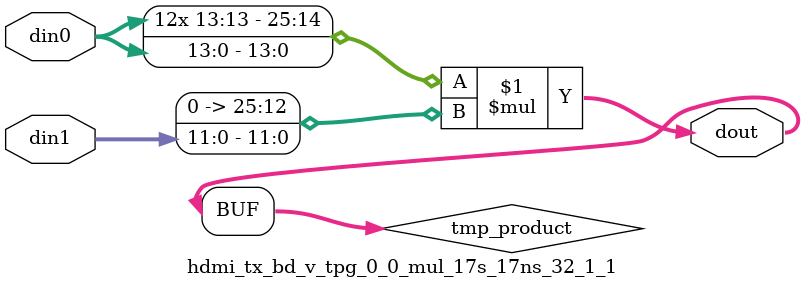
<source format=v>

`timescale 1 ns / 1 ps

 (* DowngradeIPIdentifiedWarnings="yes" *) module hdmi_tx_bd_v_tpg_0_0_mul_17s_17ns_32_1_1(din0, din1, dout);
parameter ID = 1;
parameter NUM_STAGE = 0;
parameter din0_WIDTH = 14;
parameter din1_WIDTH = 12;
parameter dout_WIDTH = 26;

input [din0_WIDTH - 1 : 0] din0; 
input [din1_WIDTH - 1 : 0] din1; 
output [dout_WIDTH - 1 : 0] dout;

wire signed [dout_WIDTH - 1 : 0] tmp_product;


























assign tmp_product = $signed(din0) * $signed({1'b0, din1});









assign dout = tmp_product;





















endmodule

</source>
